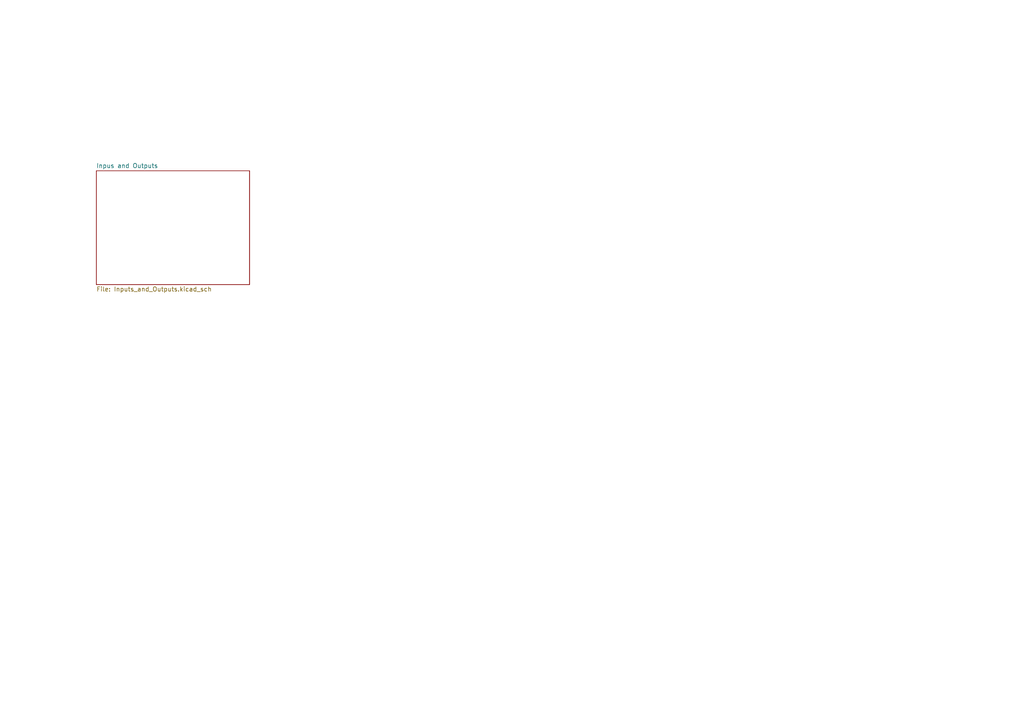
<source format=kicad_sch>
(kicad_sch
	(version 20231120)
	(generator "eeschema")
	(generator_version "8.0")
	(uuid "fefed352-c100-4617-bbfb-c55e7427b122")
	(paper "A4")
	(title_block
		(title "VCO 40106 PCB")
		(date "2024-06-16")
		(rev "1")
		(company "DMH Instruments")
	)
	(lib_symbols)
	(sheet
		(at 27.94 49.53)
		(size 44.45 33.02)
		(fields_autoplaced yes)
		(stroke
			(width 0.1524)
			(type solid)
		)
		(fill
			(color 0 0 0 0.0000)
		)
		(uuid "ebf99e09-ad52-47dc-8eb5-ada2d4a92b7c")
		(property "Sheetname" "Inpus and Outputs"
			(at 27.94 48.8184 0)
			(effects
				(font
					(size 1.27 1.27)
				)
				(justify left bottom)
			)
		)
		(property "Sheetfile" "Inputs_and_Outputs.kicad_sch"
			(at 27.94 83.1346 0)
			(effects
				(font
					(size 1.27 1.27)
				)
				(justify left top)
			)
		)
		(instances
			(project "DMH_VCO_40106_PCB_Connectors"
				(path "/fefed352-c100-4617-bbfb-c55e7427b122"
					(page "2")
				)
			)
		)
	)
	(sheet_instances
		(path "/"
			(page "1")
		)
	)
)

</source>
